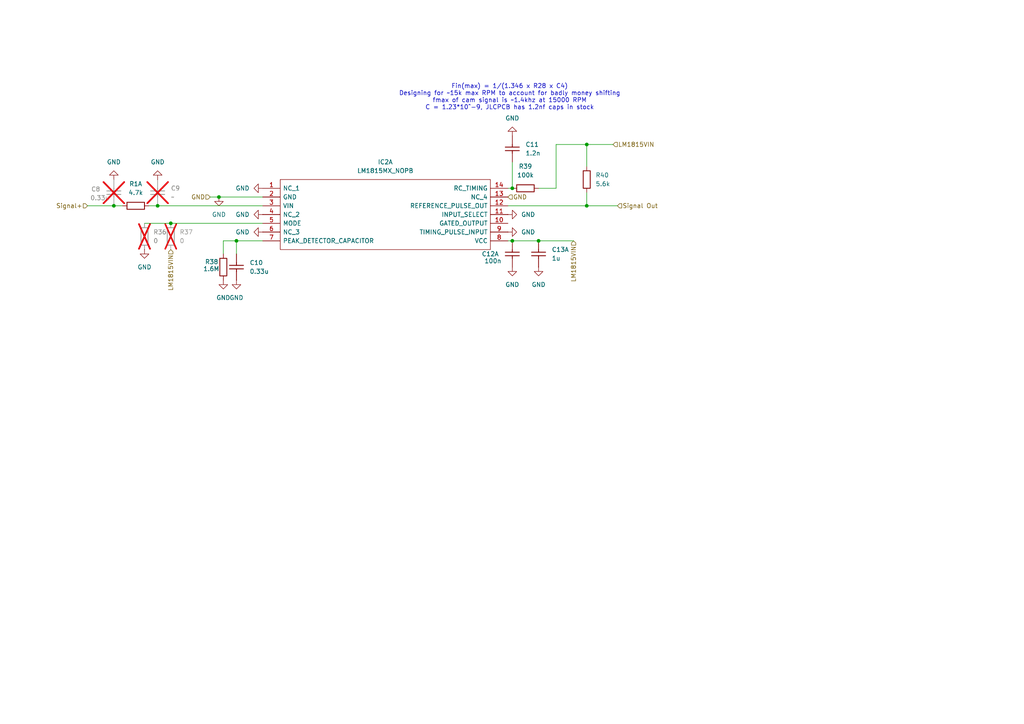
<source format=kicad_sch>
(kicad_sch (version 20231120) (generator "eeschema") (generator_version "8.0")
  (paper "A4")
  (lib_symbols
    (symbol "Device:R" (pin_numbers hide) (pin_names (offset 0))
      (property "Reference" "R" (at 2.032 0 90))
      (property "Value" "R" (at 0 0 90))
      (symbol "R_0_1"
        (rectangle (start -1.016 -2.54) (end 1.016 2.54) (stroke (width 0.254)))
      )
      (symbol "R_1_1"
        (pin passive line (at 0 3.81 270) (length 1.27) (name "~") (number "1"))
        (pin passive line (at 0 -3.81 90) (length 1.27) (name "~") (number "2"))
      )
    )
    (symbol "SamacSys_Parts:LM1815MX_NOPB" (pin_names (offset 0.762))
      (property "Reference" "IC" (at 67.31 7.62 0))
      (property "Value" "LM1815MX_NOPB" (at 67.31 5.08 0))
      (symbol "LM1815MX_NOPB_0_0"
        (pin passive line (at 0 0 0) (length 5.08) (name "NC_1") (number "1"))
        (pin passive line (at 71.12 -10.16 180) (length 5.08) (name "GATED_OUTPUT") (number "10"))
        (pin passive line (at 71.12 -7.62 180) (length 5.08) (name "INPUT_SELECT") (number "11"))
        (pin passive line (at 71.12 -5.08 180) (length 5.08) (name "REFERENCE_PULSE_OUT") (number "12"))
        (pin passive line (at 71.12 -2.54 180) (length 5.08) (name "NC_4") (number "13"))
        (pin passive line (at 71.12 0 180) (length 5.08) (name "RC_TIMING") (number "14"))
        (pin passive line (at 0 -2.54 0) (length 5.08) (name "GND") (number "2"))
        (pin passive line (at 0 -5.08 0) (length 5.08) (name "VIN") (number "3"))
        (pin passive line (at 0 -7.62 0) (length 5.08) (name "NC_2") (number "4"))
        (pin passive line (at 0 -10.16 0) (length 5.08) (name "MODE") (number "5"))
        (pin passive line (at 0 -12.7 0) (length 5.08) (name "NC_3") (number "6"))
        (pin passive line (at 0 -15.24 0) (length 5.08) (name "PEAK_DETECTOR_CAPACITOR") (number "7"))
        (pin passive line (at 71.12 -15.24 180) (length 5.08) (name "VCC") (number "8"))
        (pin passive line (at 71.12 -12.7 180) (length 5.08) (name "TIMING_PULSE_INPUT") (number "9"))
      )
      (symbol "LM1815MX_NOPB_0_1"
        (polyline (pts (xy 5.08 2.54) (xy 66.04 2.54) (xy 66.04 -17.78) (xy 5.08 -17.78) (xy 5.08 2.54)) (stroke (width 0.1524)))
      )
    )
    (symbol "hellen-one-common:Cap" (pin_numbers hide)
      (property "Reference" "C" (at -3.81 2.54 0))
      (property "Value" "Cap" (at -2.54 -1.27 0))
      (symbol "Cap_1_0"
        (polyline (pts (xy -1.27 0) (xy -0.508 0)) (stroke (width 0.254)))
        (polyline (pts (xy -0.508 -2.032) (xy -0.508 2.032)) (stroke (width 0.254)))
        (polyline (pts (xy 0.508 2.032) (xy 0.508 -2.032)) (stroke (width 0.254)))
        (polyline (pts (xy 1.27 0) (xy 0.508 0)) (stroke (width 0.254)))
        (pin passive line (at -3.81 0 0) (length 2.54) (name "") (number "1"))
        (pin passive line (at 3.81 0 180) (length 2.54) (name "") (number "2"))
      )
    )
    (symbol "power:GND" (power) (pin_numbers hide) (pin_names (offset 0) hide)
      (property "Value" "GND" (at 0 -3.81 0))
      (symbol "GND_0_1"
        (polyline (pts (xy 0 0) (xy 0 -1.27) (xy 1.27 -1.27) (xy 0 -2.54) (xy -1.27 -1.27) (xy 0 -1.27)))
      )
      (symbol "GND_1_1"
        (pin power_in line (at 0 0 270) (length 0) (name "~") (number "1"))
      )
    )
  )
  (junction (at 156.21 69.85))
  (junction (at 45.72 59.69))
  (junction (at 170.18 59.69))
  (junction (at 148.59 69.85))
  (junction (at 68.58 69.85))
  (junction (at 63.5 57.15))
  (junction (at 49.53 64.77))
  (junction (at 170.18 41.91))
  (junction (at 148.59 54.61))
  (junction (at 33.02 59.69))
  (wire (pts (xy 41.91 64.77) (xy 49.53 64.77)))
  (wire (pts (xy 161.29 54.61) (xy 156.21 54.61)))
  (wire (pts (xy 166.37 69.85) (xy 156.21 69.85)))
  (wire (pts (xy 64.77 69.85) (xy 68.58 69.85)))
  (wire (pts (xy 170.18 41.91) (xy 161.29 41.91)))
  (wire (pts (xy 25.4 59.69) (xy 33.02 59.69)))
  (wire (pts (xy 60.96 57.15) (xy 63.5 57.15)))
  (wire (pts (xy 68.58 73.66) (xy 68.58 69.85)))
  (wire (pts (xy 170.18 55.88) (xy 170.18 59.69)))
  (wire (pts (xy 161.29 41.91) (xy 161.29 54.61)))
  (wire (pts (xy 43.18 59.69) (xy 45.72 59.69)))
  (wire (pts (xy 148.59 46.99) (xy 148.59 54.61)))
  (wire (pts (xy 179.07 59.69) (xy 170.18 59.69)))
  (wire (pts (xy 45.72 59.69) (xy 76.2 59.69)))
  (wire (pts (xy 63.5 57.15) (xy 76.2 57.15)))
  (wire (pts (xy 68.58 69.85) (xy 76.2 69.85)))
  (wire (pts (xy 156.21 69.85) (xy 148.59 69.85)))
  (wire (pts (xy 33.02 59.69) (xy 35.56 59.69)))
  (wire (pts (xy 148.59 69.85) (xy 147.32 69.85)))
  (wire (pts (xy 170.18 59.69) (xy 147.32 59.69)))
  (wire (pts (xy 148.59 54.61) (xy 147.32 54.61)))
  (wire (pts (xy 177.8 41.91) (xy 170.18 41.91)))
  (wire (pts (xy 64.77 73.66) (xy 64.77 69.85)))
  (wire (pts (xy 49.53 64.77) (xy 76.2 64.77)))
  (wire (pts (xy 170.18 41.91) (xy 170.18 48.26)))
  (text "Fin(max) = 1/(1.346 x R28 x C4)\nDesigning for ~15k max RPM to account for badly money shifting\nfmax of cam signal is ~1.4khz at 15000 RPM\nC = 1.23*10^-9, JLCPCB has 1.2nf caps in stock" (at 147.828 28.194 0) (effects (font (size 1.27 1.27))))
  (hierarchical_label "Signal Out" (shape input) (at 179.07 59.69 0))
  (hierarchical_label "GND" (shape input) (at 60.96 57.15 180))
  (hierarchical_label "GND" (shape input) (at 147.32 57.15 0))
  (hierarchical_label "LM1815VIN" (shape input) (at 177.8 41.91 0))
  (hierarchical_label "LM1815VIN" (shape input) (at 49.53 72.39 270))
  (hierarchical_label "LM1815VIN" (shape input) (at 166.37 69.85 270))
  (hierarchical_label "Signal+" (shape input) (at 25.4 59.69 180))
  (symbol (lib_id "power:GND") (at 148.59 39.37 180) (unit 1)
    (property "Reference" "#PWR097" (effects (hide yes)))
    (property "Value" "GND" (at 148.59 34.29 0))
    (property "Description" "Power symbol creates a global label with name \"GND\" , ground" (effects (hide yes)))
  )
  (symbol (lib_id "power:GND") (at 63.5 57.15 0) (unit 1)
    (property "Reference" "#PWR089" (effects (hide yes)))
    (property "Value" "GND" (at 63.5 62.23 0))
    (property "Description" "Power symbol creates a global label with name \"GND\" , ground" (effects (hide yes)))
  )
  (symbol (lib_id "power:GND") (at 156.21 77.47 0) (unit 1)
    (property "Reference" "#PWR099" (effects (hide yes)))
    (property "Value" "GND" (at 156.21 82.55 0))
    (property "Description" "Power symbol creates a global label with name \"GND\" , ground" (effects (hide yes)))
  )
  (symbol (lib_id "Device:R") (at 152.4 54.61 270) (unit 1)
    (property "Reference" "R39" (at 152.4 48.26 90))
    (property "Value" "100k" (at 152.4 50.8 90))
    (property "Footprint" "Resistor_SMD:R_0402_1005Metric" (effects (hide yes)))
    (property "Description" "Resistor" (effects (hide yes)))
  )
  (symbol (lib_id "Device:R") (at 64.77 77.47 0) (unit 1)
    (property "Reference" "R38" (at 59.436 75.946 0) (effects (justify left)))
    (property "Value" "1.6M" (at 58.928 77.978 0) (effects (justify left)))
    (property "Footprint" "Resistor_SMD:R_0402_1005Metric" (effects (hide yes)))
    (property "Description" "Resistor" (effects (hide yes)))
  )
  (symbol (lib_id "power:GND") (at 64.77 81.28 0) (unit 1)
    (property "Reference" "#PWR090" (effects (hide yes)))
    (property "Value" "GND" (at 64.77 86.36 0))
    (property "Description" "Power symbol creates a global label with name \"GND\" , ground" (effects (hide yes)))
  )
  (symbol (lib_id "Device:R") (at 41.91 68.58 180) (unit 1) (dnp yes)
    (property "Reference" "R36" (at 44.45 67.3099 0) (effects (justify right)))
    (property "Value" "0" (at 44.45 69.8499 0) (effects (justify right)))
    (property "Footprint" "Resistor_SMD:R_0402_1005Metric" (effects (hide yes)))
    (property "Description" "Resistor" (effects (hide yes)))
  )
  (symbol (lib_id "power:GND") (at 33.02 52.07 180) (unit 1)
    (property "Reference" "#PWR025" (effects (hide yes)))
    (property "Value" "GND" (at 33.02 46.99 0))
    (property "Description" "Power symbol creates a global label with name \"GND\" , ground" (effects (hide yes)))
  )
  (symbol (lib_id "power:GND") (at 76.2 54.61 270) (unit 1)
    (property "Reference" "#PWR092" (effects (hide yes)))
    (property "Value" "GND" (at 72.39 54.6099 90) (effects (justify right)))
    (property "Description" "Power symbol creates a global label with name \"GND\" , ground" (effects (hide yes)))
  )
  (symbol (lib_id "hellen-one-common:Cap") (at 148.59 73.66 90) (unit 1)
    (property "Reference" "C12A" (at 139.7 73.66 90) (effects (justify right)))
    (property "Value" "100n" (at 140.462 75.692 90) (effects (justify right)))
    (property "Footprint" "Capacitor_SMD:C_0402_1005Metric" (effects (hide yes)))
    (property "Description" "Capacitor" (effects (hide yes)))
  )
  (symbol (lib_id "power:GND") (at 147.32 67.31 90) (unit 1)
    (property "Reference" "#PWR096" (effects (hide yes)))
    (property "Value" "GND" (at 151.13 67.3099 90) (effects (justify right)))
    (property "Description" "Power symbol creates a global label with name \"GND\" , ground" (effects (hide yes)))
  )
  (symbol (lib_id "hellen-one-common:Cap") (at 68.58 77.47 90) (unit 1)
    (property "Reference" "C10" (at 72.39 76.1999 90) (effects (justify right)))
    (property "Value" "0.33u" (at 72.39 78.7399 90) (effects (justify right)))
    (property "Footprint" "Capacitor_SMD:C_0402_1005Metric" (effects (hide yes)))
    (property "Description" "Capacitor" (effects (hide yes)))
  )
  (symbol (lib_id "Device:R") (at 49.53 68.58 180) (unit 1) (dnp yes)
    (property "Reference" "R37" (at 52.07 67.3099 0) (effects (justify right)))
    (property "Value" "0" (at 52.07 69.8499 0) (effects (justify right)))
    (property "Footprint" "Resistor_SMD:R_0402_1005Metric" (effects (hide yes)))
    (property "Description" "Resistor" (effects (hide yes)))
  )
  (symbol (lib_id "power:GND") (at 76.2 62.23 270) (unit 1)
    (property "Reference" "#PWR093" (effects (hide yes)))
    (property "Value" "GND" (at 72.39 62.2299 90) (effects (justify right)))
    (property "Description" "Power symbol creates a global label with name \"GND\" , ground" (effects (hide yes)))
  )
  (symbol (lib_id "hellen-one-common:Cap") (at 45.72 55.88 90) (unit 1) (dnp yes)
    (property "Reference" "C9" (at 49.53 54.6099 90) (effects (justify right)))
    (property "Value" "~" (at 49.53 57.1499 90) (effects (justify right)))
    (property "Footprint" "Capacitor_SMD:C_0603_1608Metric" (effects (hide yes)))
    (property "Description" "Capacitor" (effects (hide yes)))
  )
  (symbol (lib_id "SamacSys_Parts:LM1815MX_NOPB") (at 76.2 54.61 0) (unit 1)
    (property "Reference" "IC2A" (at 111.76 46.99 0))
    (property "Value" "LM1815MX_NOPB" (at 111.76 49.53 0))
    (property "Footprint" "SOIC127P600X175-14N" (effects (hide yes)))
    (property "Datasheet" "https://www.ti.com/lit/ds/symlink/lm1815.pdf?HQS=TI-null-null-digikeymode-df-pf-null-wwe&ts=1593498318349" (effects (hide yes)))
    (property "Description" "Adaptive Variable Reluctance Sensor Amplifier" (effects (hide yes)))
    (property "Description_1" "Adaptive Variable Reluctance Sensor Amplifier" (effects (hide yes)))
    (property "Height" "1.75" (effects (hide yes)))
    (property "Mouser Part Number" "926-LM1815MX/NOPB" (effects (hide yes)))
    (property "Mouser Price/Stock" "https://www.mouser.co.uk/ProductDetail/Texas-Instruments/LM1815MX-NOPB?qs=X1J7HmVL2ZHgqydadjjPBw%3D%3D" (effects (hide yes)))
    (property "Manufacturer_Name" "Texas Instruments" (effects (hide yes)))
    (property "Manufacturer_Part_Number" "LM1815MX/NOPB" (effects (hide yes)))
  )
  (symbol (lib_id "hellen-one-common:Cap") (at 156.21 73.66 90) (unit 1)
    (property "Reference" "C13A" (at 160.02 72.3899 90) (effects (justify right)))
    (property "Value" "1u" (at 160.02 74.9299 90) (effects (justify right)))
    (property "Footprint" "Capacitor_SMD:C_0603_1608Metric" (effects (hide yes)))
    (property "Description" "Capacitor" (effects (hide yes)))
  )
  (symbol (lib_id "Device:R") (at 170.18 52.07 0) (unit 1)
    (property "Reference" "R40" (at 172.72 50.7999 0) (effects (justify left)))
    (property "Value" "5.6k" (at 172.72 53.3399 0) (effects (justify left)))
    (property "Footprint" "Resistor_SMD:R_0402_1005Metric" (effects (hide yes)))
    (property "Description" "Resistor" (effects (hide yes)))
  )
  (symbol (lib_id "power:GND") (at 76.2 67.31 270) (unit 1)
    (property "Reference" "#PWR094" (effects (hide yes)))
    (property "Value" "GND" (at 72.39 67.3099 90) (effects (justify right)))
    (property "Description" "Power symbol creates a global label with name \"GND\" , ground" (effects (hide yes)))
  )
  (symbol (lib_id "power:GND") (at 148.59 77.47 0) (unit 1)
    (property "Reference" "#PWR098" (effects (hide yes)))
    (property "Value" "GND" (at 148.59 82.55 0))
    (property "Description" "Power symbol creates a global label with name \"GND\" , ground" (effects (hide yes)))
  )
  (symbol (lib_id "power:GND") (at 147.32 62.23 90) (unit 1)
    (property "Reference" "#PWR095" (effects (hide yes)))
    (property "Value" "GND" (at 151.13 62.2299 90) (effects (justify right)))
    (property "Description" "Power symbol creates a global label with name \"GND\" , ground" (effects (hide yes)))
  )
  (symbol (lib_id "power:GND") (at 41.91 72.39 0) (unit 1)
    (property "Reference" "#PWR026" (effects (hide yes)))
    (property "Value" "GND" (at 41.91 77.47 0))
    (property "Description" "Power symbol creates a global label with name \"GND\" , ground" (effects (hide yes)))
  )
  (symbol (lib_id "Device:R") (at 39.37 59.69 90) (unit 1)
    (property "Reference" "R1A" (at 39.37 53.34 90))
    (property "Value" "4.7k" (at 39.37 55.88 90))
    (property "Footprint" "Resistor_SMD:R_0402_1005Metric" (effects (hide yes)))
    (property "Description" "Resistor" (effects (hide yes)))
  )
  (symbol (lib_id "power:GND") (at 45.72 52.07 180) (unit 1)
    (property "Reference" "#PWR088" (effects (hide yes)))
    (property "Value" "GND" (at 45.72 46.99 0))
    (property "Description" "Power symbol creates a global label with name \"GND\" , ground" (effects (hide yes)))
  )
  (symbol (lib_id "hellen-one-common:Cap") (at 148.59 43.18 90) (unit 1)
    (property "Reference" "C11" (at 152.4 41.9099 90) (effects (justify right)))
    (property "Value" "1.2n" (at 152.4 44.4499 90) (effects (justify right)))
    (property "Footprint" "Capacitor_SMD:C_0402_1005Metric" (effects (hide yes)))
    (property "Description" "Capacitor" (effects (hide yes)))
  )
  (symbol (lib_id "power:GND") (at 68.58 81.28 0) (unit 1)
    (property "Reference" "#PWR091" (effects (hide yes)))
    (property "Value" "GND" (at 68.58 86.36 0))
    (property "Description" "Power symbol creates a global label with name \"GND\" , ground" (effects (hide yes)))
  )
  (symbol (lib_id "hellen-one-common:Cap") (at 33.02 55.88 90) (unit 1) (dnp yes)
    (property "Reference" "C8" (at 26.416 54.864 90) (effects (justify right)))
    (property "Value" "0.33u" (at 26.162 57.404 90) (effects (justify right)))
    (property "Footprint" "Capacitor_SMD:C_0603_1608Metric" (effects (hide yes)))
    (property "Description" "Capacitor" (effects (hide yes)))
  )
)
</source>
